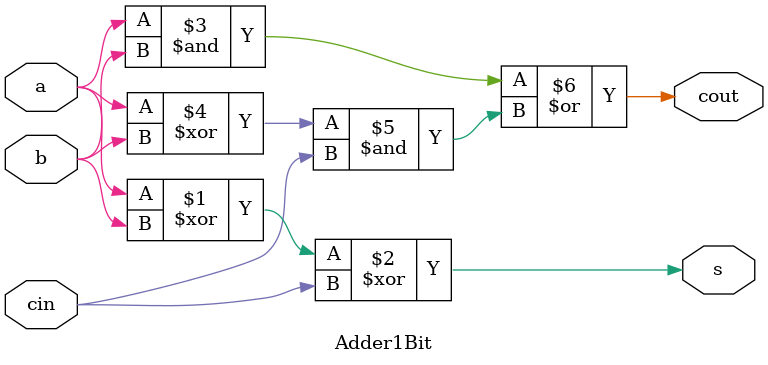
<source format=sv>
`timescale 1ns / 1ps


module Adder1Bit( input logic a,b,cin, output logic s,cout);
    
    assign s = ((a ^ b) ^ cin);
    assign cout = ((a & b) | ((a ^ b) & cin));
    
endmodule

</source>
